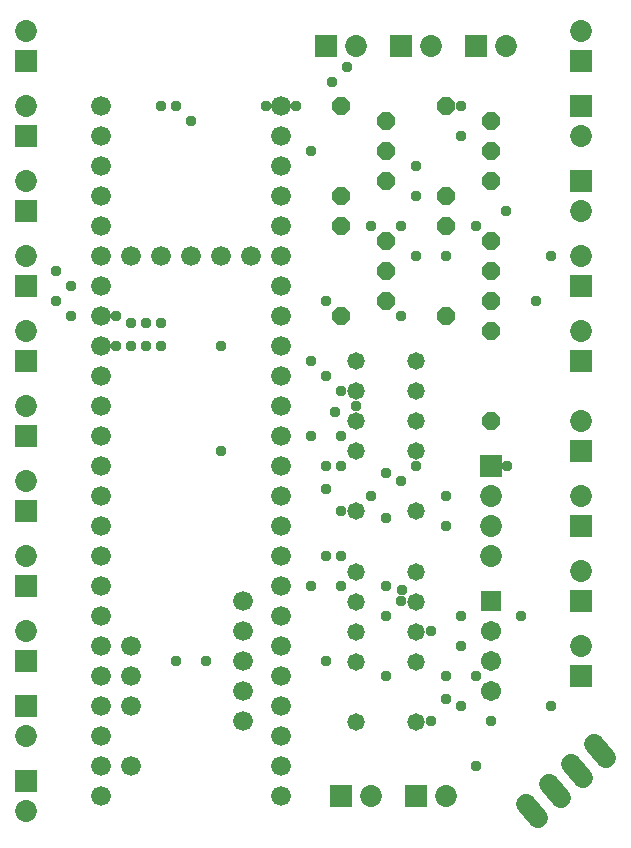
<source format=gbr>
G04 EAGLE Gerber RS-274X export*
G75*
%MOMM*%
%FSLAX34Y34*%
%LPD*%
%INSoldermask Top*%
%IPPOS*%
%AMOC8*
5,1,8,0,0,1.08239X$1,22.5*%
G01*
%ADD10C,1.473200*%
%ADD11P,1.649562X8X292.500000*%
%ADD12C,1.676400*%
%ADD13C,1.727200*%
%ADD14R,1.853200X1.853200*%
%ADD15C,1.853200*%
%ADD16R,1.711200X1.711200*%
%ADD17C,1.711200*%
%ADD18C,0.959600*%


D10*
X139700Y-254D03*
X139700Y50546D03*
X139700Y75946D03*
X139700Y101346D03*
X139700Y126746D03*
X88900Y126746D03*
X88900Y101346D03*
X88900Y75946D03*
X88900Y50546D03*
X88900Y-254D03*
X139700Y-178308D03*
X139700Y-127508D03*
X139700Y-102108D03*
X139700Y-76708D03*
X139700Y-51308D03*
X88900Y-51308D03*
X88900Y-76708D03*
X88900Y-102108D03*
X88900Y-127508D03*
X88900Y-178308D03*
D11*
X76200Y241300D03*
X76200Y165100D03*
X165100Y342900D03*
X165100Y266700D03*
X165100Y241300D03*
X165100Y165100D03*
X76200Y342900D03*
X76200Y266700D03*
D12*
X25400Y-190500D03*
X25400Y-165100D03*
X25400Y-139700D03*
X25400Y-114300D03*
X25400Y-88900D03*
X25400Y-63500D03*
X25400Y-38100D03*
X25400Y-12700D03*
X25400Y12700D03*
X25400Y38100D03*
X25400Y63500D03*
X25400Y88900D03*
X-127000Y88900D03*
X-127000Y63500D03*
X-127000Y38100D03*
X-127000Y12700D03*
X-127000Y-12700D03*
X-127000Y-38100D03*
X-127000Y-63500D03*
X-127000Y-88900D03*
X-127000Y-114300D03*
X-127000Y-139700D03*
X-127000Y-165100D03*
X25400Y-215900D03*
X-127000Y-190500D03*
X-127000Y-215900D03*
X25400Y-241300D03*
X-127000Y-241300D03*
X25400Y114300D03*
X-127000Y114300D03*
X25400Y139700D03*
X25400Y165100D03*
X25400Y190500D03*
X25400Y215900D03*
X25400Y241300D03*
X25400Y266700D03*
X25400Y292100D03*
X25400Y317500D03*
X25400Y342900D03*
X-127000Y342900D03*
X-127000Y317500D03*
X-127000Y292100D03*
X-127000Y266700D03*
X-127000Y241300D03*
X-127000Y215900D03*
X-127000Y190500D03*
X-127000Y165100D03*
X-127000Y139700D03*
X0Y215900D03*
X-50800Y215900D03*
X-76200Y215900D03*
X-25400Y215900D03*
X-101600Y215900D03*
X-101600Y-215900D03*
X-101600Y-165100D03*
X-101600Y-139700D03*
X-101600Y-114300D03*
X-6350Y-177800D03*
X-6350Y-152400D03*
X-6350Y-127000D03*
X-6350Y-101600D03*
X-6350Y-76200D03*
D13*
X233184Y-248256D02*
X243322Y-259635D01*
X262287Y-242738D02*
X252149Y-231359D01*
X271113Y-214462D02*
X281251Y-225841D01*
X300216Y-208944D02*
X290078Y-197565D01*
D14*
X-190500Y317500D03*
D15*
X-190500Y342900D03*
D14*
X-190500Y0D03*
D15*
X-190500Y25400D03*
D11*
X203200Y177800D03*
X203200Y228600D03*
X203200Y203200D03*
X114300Y177800D03*
X114300Y228600D03*
X114300Y203200D03*
X114300Y279400D03*
X114300Y330200D03*
X114300Y304800D03*
X203200Y279400D03*
X203200Y330200D03*
X203200Y304800D03*
X203200Y152400D03*
X203200Y76200D03*
D14*
X279400Y381000D03*
D15*
X279400Y406400D03*
D14*
X127000Y393700D03*
D15*
X152400Y393700D03*
D14*
X-190500Y-228600D03*
D15*
X-190500Y-254000D03*
D14*
X190500Y393700D03*
D15*
X215900Y393700D03*
D14*
X279400Y190500D03*
D15*
X279400Y215900D03*
D14*
X-190500Y-165100D03*
D15*
X-190500Y-190500D03*
D14*
X63500Y393700D03*
D15*
X88900Y393700D03*
D14*
X279400Y342900D03*
D15*
X279400Y317500D03*
D14*
X279400Y279400D03*
D15*
X279400Y254000D03*
D14*
X279400Y-76200D03*
D15*
X279400Y-50800D03*
D14*
X279400Y-12700D03*
D15*
X279400Y12700D03*
D14*
X279400Y50800D03*
D15*
X279400Y76200D03*
D14*
X-190500Y63500D03*
D15*
X-190500Y88900D03*
D14*
X-190500Y-63500D03*
D15*
X-190500Y-38100D03*
D14*
X-190500Y-127000D03*
D15*
X-190500Y-101600D03*
D14*
X-190500Y254000D03*
D15*
X-190500Y279400D03*
D14*
X-190500Y190500D03*
D15*
X-190500Y215900D03*
D14*
X-190500Y381000D03*
D15*
X-190500Y406400D03*
X203200Y-12700D03*
X203200Y-38100D03*
D14*
X203200Y38100D03*
D15*
X203200Y12700D03*
D16*
X203200Y-76200D03*
D17*
X203200Y-101600D03*
X203200Y-127000D03*
X203200Y-152400D03*
D14*
X-190500Y127000D03*
D15*
X-190500Y152400D03*
D14*
X279400Y127000D03*
D15*
X279400Y152400D03*
D14*
X76200Y-241300D03*
D15*
X101600Y-241300D03*
D14*
X139700Y-241300D03*
D15*
X165100Y-241300D03*
D14*
X279400Y-139700D03*
D15*
X279400Y-114300D03*
D18*
X114300Y32230D03*
X114300Y-5870D03*
X127000Y-76200D03*
X254000Y-165100D03*
X152400Y-101600D03*
X50800Y-63500D03*
X63500Y-38100D03*
X63500Y18570D03*
X63500Y38100D03*
X71370Y84070D03*
X88900Y88900D03*
X152400Y-177800D03*
X203200Y-177800D03*
X216756Y38100D03*
X241300Y177800D03*
X127000Y25400D03*
X139700Y38100D03*
X50800Y63500D03*
X76200Y63500D03*
X76200Y38100D03*
X101600Y12700D03*
X177800Y-114300D03*
X190500Y-139700D03*
X177800Y-165100D03*
X76200Y0D03*
X76200Y-38100D03*
X165100Y-159230D03*
X165100Y-139700D03*
X190500Y-215900D03*
X-63500Y-127000D03*
X-38100Y-127000D03*
X114300Y-139700D03*
X215900Y254000D03*
X127000Y165100D03*
X76200Y101600D03*
X177800Y342900D03*
X177800Y317500D03*
X139700Y292100D03*
X139700Y266700D03*
X101600Y241300D03*
X63500Y177800D03*
X63500Y114300D03*
X38100Y342900D03*
X12700Y342900D03*
X-76200Y159230D03*
X-76200Y139700D03*
X-50800Y330200D03*
X-88900Y159230D03*
X-88900Y139700D03*
X50800Y127000D03*
X-165100Y177800D03*
X-165100Y203200D03*
X-152400Y165100D03*
X-152400Y190500D03*
X114300Y-63500D03*
X76200Y-63500D03*
X63500Y-127000D03*
X228600Y-88900D03*
X177800Y-88900D03*
X114300Y-88900D03*
X-25400Y50800D03*
X-25400Y139700D03*
X50800Y304800D03*
X127000Y241300D03*
X139700Y215900D03*
X165100Y215900D03*
X190500Y241300D03*
X254000Y215900D03*
X165100Y12700D03*
X165100Y-12700D03*
X127571Y-67112D03*
X68330Y363470D03*
X-63500Y342900D03*
X-101600Y159230D03*
X-101600Y139700D03*
X81030Y376170D03*
X-76200Y342900D03*
X-114300Y165100D03*
X-114300Y139700D03*
M02*

</source>
